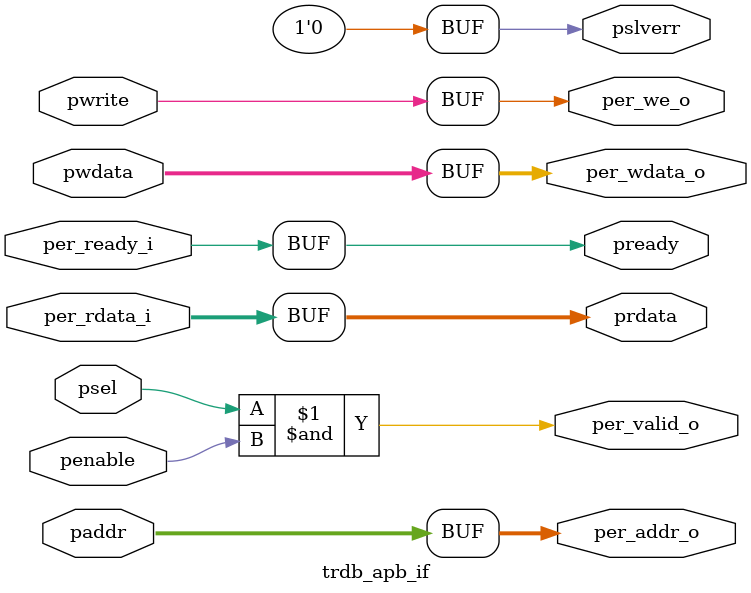
<source format=sv>



module trdb_apb_if
    #(parameter APB_ADDR_WIDTH = 12)
    (input logic [APB_ADDR_WIDTH-1:0]  paddr,
     input logic [31:0]                pwdata,
     input logic                       pwrite,
     input logic                       psel,
     input logic                       penable,
     output logic [31:0]               prdata,
     output logic                      pready,
     output logic                      pslverr,

     input logic [31:0]                per_rdata_i,
     input logic                       per_ready_i,
     output logic [31:0]               per_wdata_o,
     output logic [APB_ADDR_WIDTH-1:0] per_addr_o,
     output logic                      per_we_o,
     output logic                      per_valid_o);


    assign per_addr_o = paddr;
    assign per_we_o = pwrite;
    assign per_wdata_o = pwdata;
    // psel indicates if your device is selected
    // penable indicates the access phase
    assign per_valid_o = psel & penable;

    assign prdata = per_rdata_i;
    assign pready = per_ready_i;

    // we never cause an error
    assign pslverr = 1'b0;


endmodule // trdb_apb_if

</source>
